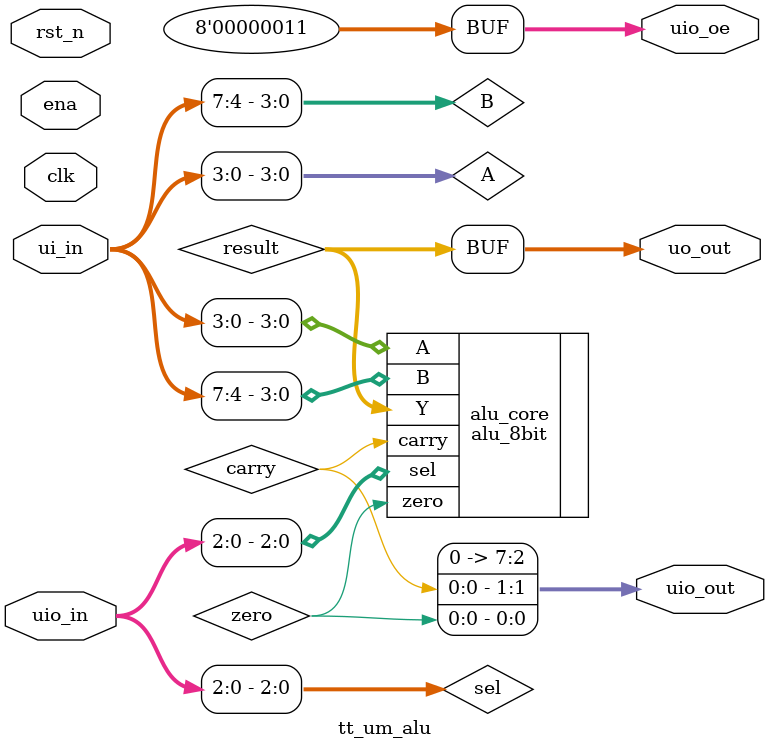
<source format=sv>
`default_nettype none

module tt_um_alu (
    input  [7:0] ui_in,    // A[3:0], B[3:0]
    output [7:0] uo_out,   // Resultado[7:0]
    input  [7:0] uio_in,   // Selector[2:0]
    output [7:0] uio_out,  // Flags [carry, zero]
    output [7:0] uio_oe,   // Configuración E/S
    input        ena,
    input        clk,
    input        rst_n
);
    wire [3:0] A = ui_in[3:0];
    wire [3:0] B = ui_in[7:4];
    wire [2:0] sel = uio_in[2:0];
    
    wire [7:0] result;
    wire carry, zero;
    
    alu_8bit alu_core (
        .A(A),
        .B(B),
        .sel(sel),
        .Y(result),
        .carry(carry),
        .zero(zero)
    );
    
    assign uo_out = result;
    assign uio_out = {6'b0, carry, zero};
    assign uio_oe = 8'b00000011; // Bits 0-1 como salidas
endmodule

</source>
